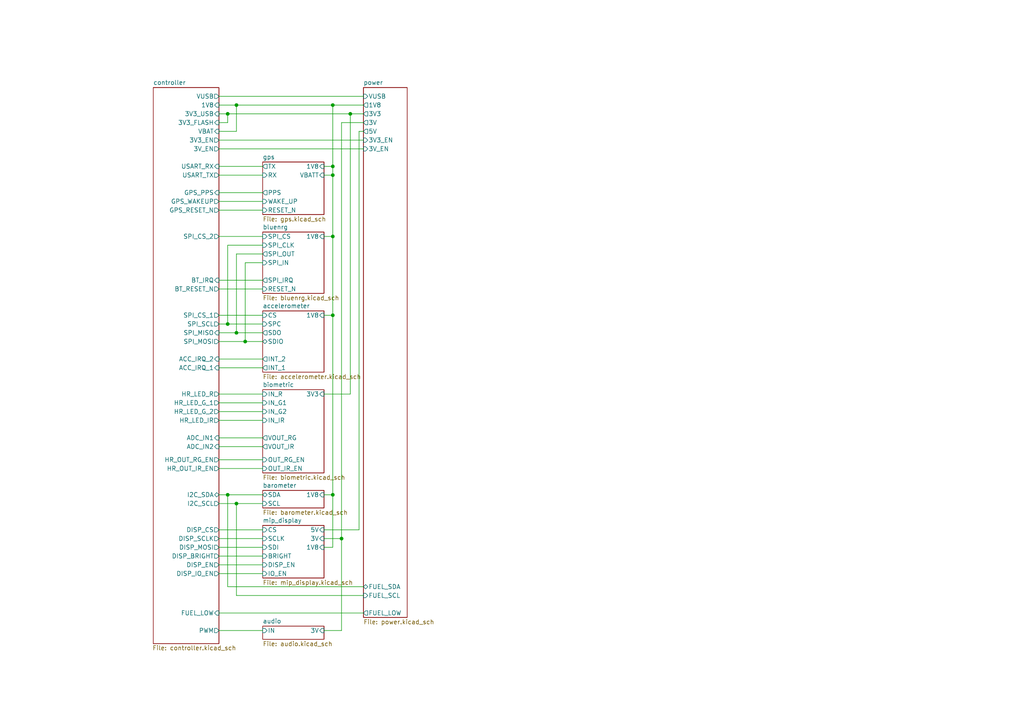
<source format=kicad_sch>
(kicad_sch
	(version 20231120)
	(generator "eeschema")
	(generator_version "8.0")
	(uuid "3291c566-6d99-47d5-9732-6d96e6cc4ea8")
	(paper "A4")
	(title_block
		(title "Open Running Watch")
		(date "2024-05-13")
		(rev "0.2.2")
		(company "github.com/fuad1502/open-running-watch-hw")
	)
	(lib_symbols)
	(junction
		(at 66.04 33.02)
		(diameter 0)
		(color 0 0 0 0)
		(uuid "13832167-3dd0-47f8-9188-da40633d4bf7")
	)
	(junction
		(at 96.52 30.48)
		(diameter 0)
		(color 0 0 0 0)
		(uuid "33addac2-59d2-4f67-8a54-17e81236d69a")
	)
	(junction
		(at 101.6 33.02)
		(diameter 0)
		(color 0 0 0 0)
		(uuid "46b3fff5-3596-47c2-b166-c3e3dbb88c2d")
	)
	(junction
		(at 68.58 30.48)
		(diameter 0)
		(color 0 0 0 0)
		(uuid "59e9c6c1-e98b-43a0-8eb7-7436a087f570")
	)
	(junction
		(at 96.52 48.26)
		(diameter 0)
		(color 0 0 0 0)
		(uuid "7bb0790d-1c16-414e-af81-f3be09341d05")
	)
	(junction
		(at 66.04 93.98)
		(diameter 0)
		(color 0 0 0 0)
		(uuid "7e6a4e38-b771-4e6d-91ff-f753419c2fae")
	)
	(junction
		(at 71.12 99.06)
		(diameter 0)
		(color 0 0 0 0)
		(uuid "7f389cce-2c75-40b9-8c29-002702453dea")
	)
	(junction
		(at 68.58 96.52)
		(diameter 0)
		(color 0 0 0 0)
		(uuid "8dc24a23-2760-4347-9ae2-e71ca2da01e8")
	)
	(junction
		(at 68.58 146.05)
		(diameter 0)
		(color 0 0 0 0)
		(uuid "9b3a4697-4a91-4f58-9029-3f08a8126de3")
	)
	(junction
		(at 96.52 68.58)
		(diameter 0)
		(color 0 0 0 0)
		(uuid "b0650943-fdf2-44c0-8e7e-801bd7364a57")
	)
	(junction
		(at 66.04 143.51)
		(diameter 0)
		(color 0 0 0 0)
		(uuid "c1aaa605-af57-43fd-bd54-48ea7078dac7")
	)
	(junction
		(at 99.06 156.21)
		(diameter 0)
		(color 0 0 0 0)
		(uuid "d8f2f6a9-11db-4dac-adc5-acfebc277ae7")
	)
	(junction
		(at 96.52 91.44)
		(diameter 0)
		(color 0 0 0 0)
		(uuid "e83b778f-c0fc-416d-995f-8e3f3b60d872")
	)
	(junction
		(at 96.52 143.51)
		(diameter 0)
		(color 0 0 0 0)
		(uuid "e937ba41-3d3c-4d53-96fa-9d642bb6ea09")
	)
	(junction
		(at 96.52 50.8)
		(diameter 0)
		(color 0 0 0 0)
		(uuid "f0dffa7b-12d6-4dc4-9c26-1b1dea2d1aec")
	)
	(wire
		(pts
			(xy 63.5 104.14) (xy 76.2 104.14)
		)
		(stroke
			(width 0)
			(type default)
		)
		(uuid "0282fbe4-578e-4ed0-b4a9-b750e5d5d708")
	)
	(wire
		(pts
			(xy 63.5 50.8) (xy 76.2 50.8)
		)
		(stroke
			(width 0)
			(type default)
		)
		(uuid "050912c9-17b4-46d7-b66b-62c49f3f9c94")
	)
	(wire
		(pts
			(xy 68.58 96.52) (xy 76.2 96.52)
		)
		(stroke
			(width 0)
			(type default)
		)
		(uuid "0695b898-661f-4e9a-893b-c6bed5e852b4")
	)
	(wire
		(pts
			(xy 66.04 143.51) (xy 76.2 143.51)
		)
		(stroke
			(width 0)
			(type default)
		)
		(uuid "0cc560db-d59f-4cf5-8182-c0e45d3d042b")
	)
	(wire
		(pts
			(xy 71.12 99.06) (xy 71.12 76.2)
		)
		(stroke
			(width 0)
			(type default)
		)
		(uuid "133619cb-98e7-4e4a-aa45-25be147b5c91")
	)
	(wire
		(pts
			(xy 68.58 96.52) (xy 68.58 73.66)
		)
		(stroke
			(width 0)
			(type default)
		)
		(uuid "167b399a-7c17-4c53-8997-9d149f98b95d")
	)
	(wire
		(pts
			(xy 99.06 182.88) (xy 93.98 182.88)
		)
		(stroke
			(width 0)
			(type default)
		)
		(uuid "1cad3c52-bddc-4371-b5ef-757e57e18e11")
	)
	(wire
		(pts
			(xy 63.5 106.68) (xy 76.2 106.68)
		)
		(stroke
			(width 0)
			(type default)
		)
		(uuid "1eb7c3d5-4456-4a9b-8033-25ed2dded54b")
	)
	(wire
		(pts
			(xy 63.5 153.67) (xy 76.2 153.67)
		)
		(stroke
			(width 0)
			(type default)
		)
		(uuid "22660509-5333-4422-99a5-08516a72d39e")
	)
	(wire
		(pts
			(xy 99.06 156.21) (xy 99.06 182.88)
		)
		(stroke
			(width 0)
			(type default)
		)
		(uuid "29594796-5155-4038-89e9-a3a4946e6e88")
	)
	(wire
		(pts
			(xy 66.04 93.98) (xy 66.04 71.12)
		)
		(stroke
			(width 0)
			(type default)
		)
		(uuid "2a22c90e-4e4a-46cf-9507-fa1f40b6f425")
	)
	(wire
		(pts
			(xy 63.5 166.37) (xy 76.2 166.37)
		)
		(stroke
			(width 0)
			(type default)
		)
		(uuid "2d936996-de29-43e4-9ea9-70439a1c1c9f")
	)
	(wire
		(pts
			(xy 96.52 50.8) (xy 96.52 48.26)
		)
		(stroke
			(width 0)
			(type default)
		)
		(uuid "2ef4c126-41c8-481d-94ca-58bf4ff243b1")
	)
	(wire
		(pts
			(xy 93.98 158.75) (xy 96.52 158.75)
		)
		(stroke
			(width 0)
			(type default)
		)
		(uuid "2f1e143a-1ab5-4557-a8bc-b33e534a656c")
	)
	(wire
		(pts
			(xy 68.58 30.48) (xy 68.58 38.1)
		)
		(stroke
			(width 0)
			(type default)
		)
		(uuid "2f2b6cb0-4e9d-417b-ab2d-6f25ea1cce09")
	)
	(wire
		(pts
			(xy 93.98 156.21) (xy 99.06 156.21)
		)
		(stroke
			(width 0)
			(type default)
		)
		(uuid "32c3958d-8546-4521-8bfb-5f814da031a4")
	)
	(wire
		(pts
			(xy 68.58 73.66) (xy 76.2 73.66)
		)
		(stroke
			(width 0)
			(type default)
		)
		(uuid "3448d370-d6ca-499e-a84d-3e0871cb9585")
	)
	(wire
		(pts
			(xy 63.5 93.98) (xy 66.04 93.98)
		)
		(stroke
			(width 0)
			(type default)
		)
		(uuid "382ad044-e7cf-448e-ad4b-bb18d8782f4d")
	)
	(wire
		(pts
			(xy 63.5 27.94) (xy 105.41 27.94)
		)
		(stroke
			(width 0)
			(type default)
		)
		(uuid "38400086-08d7-4ea7-81e1-3c82c283dac1")
	)
	(wire
		(pts
			(xy 101.6 33.02) (xy 105.41 33.02)
		)
		(stroke
			(width 0)
			(type default)
		)
		(uuid "4369f3a7-5fbf-4c4e-90fc-158fc8b5f24d")
	)
	(wire
		(pts
			(xy 93.98 68.58) (xy 96.52 68.58)
		)
		(stroke
			(width 0)
			(type default)
		)
		(uuid "487e85e1-9aa3-4fac-84fa-1b7a2e5e15af")
	)
	(wire
		(pts
			(xy 96.52 30.48) (xy 96.52 48.26)
		)
		(stroke
			(width 0)
			(type default)
		)
		(uuid "49640873-544d-4d0b-ae74-97c99a3a0b97")
	)
	(wire
		(pts
			(xy 63.5 158.75) (xy 76.2 158.75)
		)
		(stroke
			(width 0)
			(type default)
		)
		(uuid "505b04eb-c882-4de7-b7ec-bc4339c679e8")
	)
	(wire
		(pts
			(xy 63.5 60.96) (xy 76.2 60.96)
		)
		(stroke
			(width 0)
			(type default)
		)
		(uuid "568433dc-ffe5-438f-a9dc-9ceef897a07a")
	)
	(wire
		(pts
			(xy 63.5 182.88) (xy 76.2 182.88)
		)
		(stroke
			(width 0)
			(type default)
		)
		(uuid "573e7c0b-2ce1-48c3-8075-b8f7ea66d489")
	)
	(wire
		(pts
			(xy 63.5 114.3) (xy 76.2 114.3)
		)
		(stroke
			(width 0)
			(type default)
		)
		(uuid "5a2f84b4-8669-4a44-8329-9704c735e2b2")
	)
	(wire
		(pts
			(xy 63.5 30.48) (xy 68.58 30.48)
		)
		(stroke
			(width 0)
			(type default)
		)
		(uuid "60ab5fa0-9c9b-4993-b854-4ebcef92c04b")
	)
	(wire
		(pts
			(xy 93.98 50.8) (xy 96.52 50.8)
		)
		(stroke
			(width 0)
			(type default)
		)
		(uuid "640d0e15-94c8-40b0-badd-522ea578bde8")
	)
	(wire
		(pts
			(xy 105.41 38.1) (xy 104.14 38.1)
		)
		(stroke
			(width 0)
			(type default)
		)
		(uuid "64a083c6-81ec-497a-97e1-e2f1dca7646b")
	)
	(wire
		(pts
			(xy 93.98 114.3) (xy 101.6 114.3)
		)
		(stroke
			(width 0)
			(type default)
		)
		(uuid "66fdfeef-399b-487e-b29c-1b28afda952f")
	)
	(wire
		(pts
			(xy 96.52 91.44) (xy 96.52 68.58)
		)
		(stroke
			(width 0)
			(type default)
		)
		(uuid "69fc2f18-0863-4f49-8257-b191ad129dde")
	)
	(wire
		(pts
			(xy 93.98 143.51) (xy 96.52 143.51)
		)
		(stroke
			(width 0)
			(type default)
		)
		(uuid "7033231b-855d-4cbc-8f81-d6c0f112b191")
	)
	(wire
		(pts
			(xy 63.5 121.92) (xy 76.2 121.92)
		)
		(stroke
			(width 0)
			(type default)
		)
		(uuid "712a8773-656e-4611-9f9e-feac277b2f60")
	)
	(wire
		(pts
			(xy 63.5 119.38) (xy 76.2 119.38)
		)
		(stroke
			(width 0)
			(type default)
		)
		(uuid "724d674a-c4e8-4dc2-82bd-4d29d584fd99")
	)
	(wire
		(pts
			(xy 63.5 129.54) (xy 76.2 129.54)
		)
		(stroke
			(width 0)
			(type default)
		)
		(uuid "77387d5a-f9f4-467c-87eb-57fb261bc1c6")
	)
	(wire
		(pts
			(xy 63.5 35.56) (xy 66.04 35.56)
		)
		(stroke
			(width 0)
			(type default)
		)
		(uuid "77b78311-c2a5-43ec-babd-b5c067830774")
	)
	(wire
		(pts
			(xy 63.5 38.1) (xy 68.58 38.1)
		)
		(stroke
			(width 0)
			(type default)
		)
		(uuid "78b0b80d-388d-4c18-85cb-5d11afb8a361")
	)
	(wire
		(pts
			(xy 63.5 58.42) (xy 76.2 58.42)
		)
		(stroke
			(width 0)
			(type default)
		)
		(uuid "7e152446-01a1-4e44-81d4-3b51acf3a745")
	)
	(wire
		(pts
			(xy 66.04 71.12) (xy 76.2 71.12)
		)
		(stroke
			(width 0)
			(type default)
		)
		(uuid "7f14c39d-d74e-4279-827b-221dcf7a0ad3")
	)
	(wire
		(pts
			(xy 63.5 96.52) (xy 68.58 96.52)
		)
		(stroke
			(width 0)
			(type default)
		)
		(uuid "85ddf73d-b006-45cd-a52b-33b21e699ce3")
	)
	(wire
		(pts
			(xy 96.52 68.58) (xy 96.52 50.8)
		)
		(stroke
			(width 0)
			(type default)
		)
		(uuid "88aef7a9-072c-4142-8b61-e08283dad9e5")
	)
	(wire
		(pts
			(xy 93.98 91.44) (xy 96.52 91.44)
		)
		(stroke
			(width 0)
			(type default)
		)
		(uuid "8ab28d5f-0431-4335-aff1-606854755f08")
	)
	(wire
		(pts
			(xy 63.5 133.35) (xy 76.2 133.35)
		)
		(stroke
			(width 0)
			(type default)
		)
		(uuid "8e934d27-e292-4563-a2f3-a0617ef72aaa")
	)
	(wire
		(pts
			(xy 104.14 153.67) (xy 93.98 153.67)
		)
		(stroke
			(width 0)
			(type default)
		)
		(uuid "9bfc5725-60bf-4176-989c-6c0a2ac983a5")
	)
	(wire
		(pts
			(xy 104.14 38.1) (xy 104.14 153.67)
		)
		(stroke
			(width 0)
			(type default)
		)
		(uuid "9d82e8ec-18dd-4c5a-99e3-a81978506f70")
	)
	(wire
		(pts
			(xy 63.5 143.51) (xy 66.04 143.51)
		)
		(stroke
			(width 0)
			(type default)
		)
		(uuid "a01ea215-bdf2-49f5-b4e1-0accc84f51a8")
	)
	(wire
		(pts
			(xy 63.5 43.18) (xy 105.41 43.18)
		)
		(stroke
			(width 0)
			(type default)
		)
		(uuid "a2ff57cb-dc04-410d-829f-4bebb5bd02b4")
	)
	(wire
		(pts
			(xy 63.5 33.02) (xy 66.04 33.02)
		)
		(stroke
			(width 0)
			(type default)
		)
		(uuid "a54af0bd-f238-4ce7-a59c-fb3bb95fcccb")
	)
	(wire
		(pts
			(xy 66.04 33.02) (xy 101.6 33.02)
		)
		(stroke
			(width 0)
			(type default)
		)
		(uuid "a7bf1d79-5cc8-4ba9-bfde-0002b637033a")
	)
	(wire
		(pts
			(xy 99.06 35.56) (xy 105.41 35.56)
		)
		(stroke
			(width 0)
			(type default)
		)
		(uuid "a86de6fc-ad9c-4dfb-bf4c-56f735148fd8")
	)
	(wire
		(pts
			(xy 63.5 55.88) (xy 76.2 55.88)
		)
		(stroke
			(width 0)
			(type default)
		)
		(uuid "aa8741e0-f949-479a-8f72-ba8acc469a43")
	)
	(wire
		(pts
			(xy 63.5 135.89) (xy 76.2 135.89)
		)
		(stroke
			(width 0)
			(type default)
		)
		(uuid "b3ec502e-929d-4333-879a-b5af46be16fe")
	)
	(wire
		(pts
			(xy 96.52 158.75) (xy 96.52 143.51)
		)
		(stroke
			(width 0)
			(type default)
		)
		(uuid "b81d760b-2331-4a9f-8b97-ba8e481ec28b")
	)
	(wire
		(pts
			(xy 63.5 68.58) (xy 76.2 68.58)
		)
		(stroke
			(width 0)
			(type default)
		)
		(uuid "bdff4c98-9665-4157-9f50-85db822b605d")
	)
	(wire
		(pts
			(xy 63.5 40.64) (xy 105.41 40.64)
		)
		(stroke
			(width 0)
			(type default)
		)
		(uuid "c5b53431-a0e4-41f1-b13f-8e3c353bc933")
	)
	(wire
		(pts
			(xy 63.5 146.05) (xy 68.58 146.05)
		)
		(stroke
			(width 0)
			(type default)
		)
		(uuid "c5d70d4a-80bb-4981-a7fd-c0569d4f600d")
	)
	(wire
		(pts
			(xy 68.58 146.05) (xy 68.58 172.72)
		)
		(stroke
			(width 0)
			(type default)
		)
		(uuid "c812afdd-3335-4ecb-ab1b-cc3299069012")
	)
	(wire
		(pts
			(xy 68.58 146.05) (xy 76.2 146.05)
		)
		(stroke
			(width 0)
			(type default)
		)
		(uuid "c8168342-4224-416c-b751-44359a5651c1")
	)
	(wire
		(pts
			(xy 71.12 76.2) (xy 76.2 76.2)
		)
		(stroke
			(width 0)
			(type default)
		)
		(uuid "c90a966e-d078-445c-984b-602331ef9fcb")
	)
	(wire
		(pts
			(xy 66.04 33.02) (xy 66.04 35.56)
		)
		(stroke
			(width 0)
			(type default)
		)
		(uuid "cb33d2dc-15ef-4cdc-bd57-9576d16cb389")
	)
	(wire
		(pts
			(xy 68.58 172.72) (xy 105.41 172.72)
		)
		(stroke
			(width 0)
			(type default)
		)
		(uuid "cc28e652-5e27-41a4-940f-394c9515a7d9")
	)
	(wire
		(pts
			(xy 96.52 30.48) (xy 105.41 30.48)
		)
		(stroke
			(width 0)
			(type default)
		)
		(uuid "cef2eda7-0925-470e-86ba-5b097d4a6d97")
	)
	(wire
		(pts
			(xy 63.5 161.29) (xy 76.2 161.29)
		)
		(stroke
			(width 0)
			(type default)
		)
		(uuid "d0de9be1-6c41-4672-a407-21af2e271ff9")
	)
	(wire
		(pts
			(xy 71.12 99.06) (xy 76.2 99.06)
		)
		(stroke
			(width 0)
			(type default)
		)
		(uuid "d9cc03ca-5e1f-4452-abf5-32a68b822239")
	)
	(wire
		(pts
			(xy 63.5 83.82) (xy 76.2 83.82)
		)
		(stroke
			(width 0)
			(type default)
		)
		(uuid "d9ead496-687e-4853-b15f-d53fa1ad50b8")
	)
	(wire
		(pts
			(xy 99.06 35.56) (xy 99.06 156.21)
		)
		(stroke
			(width 0)
			(type default)
		)
		(uuid "da7338d7-95ff-493c-93ba-410e6892a335")
	)
	(wire
		(pts
			(xy 63.5 163.83) (xy 76.2 163.83)
		)
		(stroke
			(width 0)
			(type default)
		)
		(uuid "dbca9f2f-4f39-41ae-9a63-2a02c0a8160e")
	)
	(wire
		(pts
			(xy 93.98 48.26) (xy 96.52 48.26)
		)
		(stroke
			(width 0)
			(type default)
		)
		(uuid "e0c907e6-52ea-477a-a6d6-fcd0bf1a13d0")
	)
	(wire
		(pts
			(xy 63.5 177.8) (xy 105.41 177.8)
		)
		(stroke
			(width 0)
			(type default)
		)
		(uuid "e2118ed5-36e2-499c-a1b1-7916c393973c")
	)
	(wire
		(pts
			(xy 96.52 91.44) (xy 96.52 143.51)
		)
		(stroke
			(width 0)
			(type default)
		)
		(uuid "e57ce12f-dd6e-4a2b-8e0f-a471f4d8548c")
	)
	(wire
		(pts
			(xy 66.04 170.18) (xy 105.41 170.18)
		)
		(stroke
			(width 0)
			(type default)
		)
		(uuid "e5a7cfd6-1885-49bf-ab7a-4847036e1ccd")
	)
	(wire
		(pts
			(xy 63.5 48.26) (xy 76.2 48.26)
		)
		(stroke
			(width 0)
			(type default)
		)
		(uuid "e67b0600-1f5f-464d-b708-74d22e6a85b1")
	)
	(wire
		(pts
			(xy 63.5 116.84) (xy 76.2 116.84)
		)
		(stroke
			(width 0)
			(type default)
		)
		(uuid "e9c64373-33f1-4b75-b5d8-d519574be8aa")
	)
	(wire
		(pts
			(xy 68.58 30.48) (xy 96.52 30.48)
		)
		(stroke
			(width 0)
			(type default)
		)
		(uuid "eb42b9a3-11fa-4001-88ce-e87643b0beeb")
	)
	(wire
		(pts
			(xy 63.5 127) (xy 76.2 127)
		)
		(stroke
			(width 0)
			(type default)
		)
		(uuid "ed3966c9-db44-4f5b-a4aa-2f3f1e0be29c")
	)
	(wire
		(pts
			(xy 63.5 156.21) (xy 76.2 156.21)
		)
		(stroke
			(width 0)
			(type default)
		)
		(uuid "eefb4948-2175-48fd-9d18-d0cf9d8d408b")
	)
	(wire
		(pts
			(xy 66.04 93.98) (xy 76.2 93.98)
		)
		(stroke
			(width 0)
			(type default)
		)
		(uuid "ef56c9f7-8a2f-4a5f-a874-622c68801828")
	)
	(wire
		(pts
			(xy 101.6 114.3) (xy 101.6 33.02)
		)
		(stroke
			(width 0)
			(type default)
		)
		(uuid "f31bed20-a266-4cf3-932c-170a7b1da37b")
	)
	(wire
		(pts
			(xy 66.04 143.51) (xy 66.04 170.18)
		)
		(stroke
			(width 0)
			(type default)
		)
		(uuid "f5515d52-f86a-4cc0-84a2-208e3c2c44b9")
	)
	(wire
		(pts
			(xy 63.5 99.06) (xy 71.12 99.06)
		)
		(stroke
			(width 0)
			(type default)
		)
		(uuid "f66664f9-cb4d-49e1-a17e-1905911b76b6")
	)
	(wire
		(pts
			(xy 63.5 91.44) (xy 76.2 91.44)
		)
		(stroke
			(width 0)
			(type default)
		)
		(uuid "f908496b-b368-4b70-89dd-54a17fd8bb0e")
	)
	(wire
		(pts
			(xy 63.5 81.28) (xy 76.2 81.28)
		)
		(stroke
			(width 0)
			(type default)
		)
		(uuid "fd648f31-c1b7-4d68-b532-92baace1b14e")
	)
	(sheet
		(at 76.2 142.24)
		(size 17.78 5.08)
		(fields_autoplaced yes)
		(stroke
			(width 0.1524)
			(type solid)
		)
		(fill
			(color 0 0 0 0.0000)
		)
		(uuid "16d6ea5c-cab7-4379-a5dd-2371e27ab8cd")
		(property "Sheetname" "barometer"
			(at 76.2 141.5284 0)
			(effects
				(font
					(size 1.27 1.27)
				)
				(justify left bottom)
			)
		)
		(property "Sheetfile" "barometer.kicad_sch"
			(at 76.2 147.9046 0)
			(effects
				(font
					(size 1.27 1.27)
				)
				(justify left top)
			)
		)
		(pin "SDA" bidirectional
			(at 76.2 143.51 180)
			(effects
				(font
					(size 1.27 1.27)
				)
				(justify left)
			)
			(uuid "0e092222-fb8f-4a0a-beba-74fa95e696ee")
		)
		(pin "SCL" input
			(at 76.2 146.05 180)
			(effects
				(font
					(size 1.27 1.27)
				)
				(justify left)
			)
			(uuid "a329c3d6-1972-4dd5-b040-644eaa95598f")
		)
		(pin "1V8" input
			(at 93.98 143.51 0)
			(effects
				(font
					(size 1.27 1.27)
				)
				(justify right)
			)
			(uuid "55c65c79-8c43-46e7-aa04-d9f92f1e786e")
		)
		(instances
			(project "open-running-watch"
				(path "/3291c566-6d99-47d5-9732-6d96e6cc4ea8"
					(page "7")
				)
			)
		)
	)
	(sheet
		(at 76.2 67.31)
		(size 17.78 17.78)
		(fields_autoplaced yes)
		(stroke
			(width 0.1524)
			(type solid)
		)
		(fill
			(color 0 0 0 0.0000)
		)
		(uuid "26df2dc3-1e8c-466d-9090-3ef0900edcd5")
		(property "Sheetname" "bluenrg"
			(at 76.2 66.5984 0)
			(effects
				(font
					(size 1.27 1.27)
				)
				(justify left bottom)
			)
		)
		(property "Sheetfile" "bluenrg.kicad_sch"
			(at 76.2 85.6746 0)
			(effects
				(font
					(size 1.27 1.27)
				)
				(justify left top)
			)
		)
		(pin "SPI_CLK" input
			(at 76.2 71.12 180)
			(effects
				(font
					(size 1.27 1.27)
				)
				(justify left)
			)
			(uuid "8f535a9b-ea8e-45ba-bd11-14b2d29de01c")
		)
		(pin "SPI_IN" input
			(at 76.2 76.2 180)
			(effects
				(font
					(size 1.27 1.27)
				)
				(justify left)
			)
			(uuid "505f85a9-20ed-4a14-ad1a-66151a02e1ba")
		)
		(pin "RESET_N" input
			(at 76.2 83.82 180)
			(effects
				(font
					(size 1.27 1.27)
				)
				(justify left)
			)
			(uuid "dde91b2f-c4de-42e4-bbaf-9acd68bea8c2")
		)
		(pin "SPI_OUT" output
			(at 76.2 73.66 180)
			(effects
				(font
					(size 1.27 1.27)
				)
				(justify left)
			)
			(uuid "28ad0092-5da9-4cd2-9090-66d04e0b0562")
		)
		(pin "1V8" input
			(at 93.98 68.58 0)
			(effects
				(font
					(size 1.27 1.27)
				)
				(justify right)
			)
			(uuid "f7dbb5f5-7c0a-4589-ba72-cb6f8fe3d1e3")
		)
		(pin "SPI_CS" input
			(at 76.2 68.58 180)
			(effects
				(font
					(size 1.27 1.27)
				)
				(justify left)
			)
			(uuid "b0e506b8-2adc-4738-a2d0-b2649a84efa3")
		)
		(pin "SPI_IRQ" output
			(at 76.2 81.28 180)
			(effects
				(font
					(size 1.27 1.27)
				)
				(justify left)
			)
			(uuid "70ac7ebb-eb19-4741-b842-c3ddc4b48a10")
		)
		(instances
			(project "open-running-watch"
				(path "/3291c566-6d99-47d5-9732-6d96e6cc4ea8"
					(page "2")
				)
			)
		)
	)
	(sheet
		(at 76.2 113.03)
		(size 17.78 24.13)
		(fields_autoplaced yes)
		(stroke
			(width 0.1524)
			(type solid)
		)
		(fill
			(color 0 0 0 0.0000)
		)
		(uuid "3122bafa-a804-4cd8-9115-0832d9838571")
		(property "Sheetname" "biometric"
			(at 76.2 112.3184 0)
			(effects
				(font
					(size 1.27 1.27)
				)
				(justify left bottom)
			)
		)
		(property "Sheetfile" "biometric.kicad_sch"
			(at 76.2 137.7446 0)
			(effects
				(font
					(size 1.27 1.27)
				)
				(justify left top)
			)
		)
		(pin "IN_G1" input
			(at 76.2 116.84 180)
			(effects
				(font
					(size 1.27 1.27)
				)
				(justify left)
			)
			(uuid "4f95cdd7-c114-41f8-99dc-ef9b206ca50c")
		)
		(pin "IN_G2" input
			(at 76.2 119.38 180)
			(effects
				(font
					(size 1.27 1.27)
				)
				(justify left)
			)
			(uuid "7415cbee-c56e-4999-9987-c8e883f23555")
		)
		(pin "IN_R" input
			(at 76.2 114.3 180)
			(effects
				(font
					(size 1.27 1.27)
				)
				(justify left)
			)
			(uuid "0db62a87-b0f3-41ca-a600-9ab6ec18fa17")
		)
		(pin "IN_IR" input
			(at 76.2 121.92 180)
			(effects
				(font
					(size 1.27 1.27)
				)
				(justify left)
			)
			(uuid "2d73d46c-53b2-4d9b-9faf-b7472300253b")
		)
		(pin "VOUT_RG" output
			(at 76.2 127 180)
			(effects
				(font
					(size 1.27 1.27)
				)
				(justify left)
			)
			(uuid "d11639c2-5f89-4ae1-a9d8-34a775f49285")
		)
		(pin "VOUT_IR" output
			(at 76.2 129.54 180)
			(effects
				(font
					(size 1.27 1.27)
				)
				(justify left)
			)
			(uuid "e6b11a93-86f0-441b-a791-f3bd1c3aaa5f")
		)
		(pin "3V3" input
			(at 93.98 114.3 0)
			(effects
				(font
					(size 1.27 1.27)
				)
				(justify right)
			)
			(uuid "4e21e095-0ff7-42c8-8131-014c206d4739")
		)
		(pin "OUT_RG_EN" input
			(at 76.2 133.35 180)
			(effects
				(font
					(size 1.27 1.27)
				)
				(justify left)
			)
			(uuid "8b6eeeae-7d24-4b40-901c-af60b6918237")
		)
		(pin "OUT_IR_EN" input
			(at 76.2 135.89 180)
			(effects
				(font
					(size 1.27 1.27)
				)
				(justify left)
			)
			(uuid "3da0c121-395c-415e-bff9-c87b64cf9c35")
		)
		(instances
			(project "open-running-watch"
				(path "/3291c566-6d99-47d5-9732-6d96e6cc4ea8"
					(page "5")
				)
			)
		)
	)
	(sheet
		(at 44.45 25.4)
		(size 19.05 161.29)
		(stroke
			(width 0.1524)
			(type solid)
		)
		(fill
			(color 0 0 0 0.0000)
		)
		(uuid "4380fbdc-0cda-4268-a965-05bbf7832d9b")
		(property "Sheetname" "controller"
			(at 44.45 24.6884 0)
			(effects
				(font
					(size 1.27 1.27)
				)
				(justify left bottom)
			)
		)
		(property "Sheetfile" "controller.kicad_sch"
			(at 44.196 187.198 0)
			(effects
				(font
					(size 1.27 1.27)
				)
				(justify left top)
			)
		)
		(pin "ADC_IN1" input
			(at 63.5 127 0)
			(effects
				(font
					(size 1.27 1.27)
				)
				(justify right)
			)
			(uuid "fdca3afd-1b80-4ec7-9c57-cb8233692ddb")
		)
		(pin "ADC_IN2" input
			(at 63.5 129.54 0)
			(effects
				(font
					(size 1.27 1.27)
				)
				(justify right)
			)
			(uuid "0cc8f7d6-16c5-4612-9bbf-29f0f88ea378")
		)
		(pin "3V3_FLASH" input
			(at 63.5 35.56 0)
			(effects
				(font
					(size 1.27 1.27)
				)
				(justify right)
			)
			(uuid "97925213-c8e0-42d6-8de1-306cad6a6e59")
		)
		(pin "1V8" input
			(at 63.5 30.48 0)
			(effects
				(font
					(size 1.27 1.27)
				)
				(justify right)
			)
			(uuid "250ae3ef-e474-4f2b-9090-aafb3c81a4f2")
		)
		(pin "VBAT" input
			(at 63.5 38.1 0)
			(effects
				(font
					(size 1.27 1.27)
				)
				(justify right)
			)
			(uuid "2c3aefa7-78b4-4e0f-8185-57dc338cb514")
		)
		(pin "3V3_USB" input
			(at 63.5 33.02 0)
			(effects
				(font
					(size 1.27 1.27)
				)
				(justify right)
			)
			(uuid "c50342db-bbad-400b-a7dd-9003253e08c9")
		)
		(pin "I2C_SDA" bidirectional
			(at 63.5 143.51 0)
			(effects
				(font
					(size 1.27 1.27)
				)
				(justify right)
			)
			(uuid "f81abd52-5dc2-42b7-8ffc-54dbc9706ac3")
		)
		(pin "SPI_SCL" output
			(at 63.5 93.98 0)
			(effects
				(font
					(size 1.27 1.27)
				)
				(justify right)
			)
			(uuid "9b95154d-482f-453b-b2b8-6ca9afa0b309")
		)
		(pin "SPI_MOSI" output
			(at 63.5 99.06 0)
			(effects
				(font
					(size 1.27 1.27)
				)
				(justify right)
			)
			(uuid "e895dd8c-7b64-4379-ae82-6b9cfaa6b20e")
		)
		(pin "SPI_MISO" input
			(at 63.5 96.52 0)
			(effects
				(font
					(size 1.27 1.27)
				)
				(justify right)
			)
			(uuid "59b5a2e6-c5c4-4539-9d05-e7401e88a05e")
		)
		(pin "USART_TX" output
			(at 63.5 50.8 0)
			(effects
				(font
					(size 1.27 1.27)
				)
				(justify right)
			)
			(uuid "4a9a54e8-c48d-49a8-8483-44a78e545a5d")
		)
		(pin "USART_RX" input
			(at 63.5 48.26 0)
			(effects
				(font
					(size 1.27 1.27)
				)
				(justify right)
			)
			(uuid "f660e6eb-71ea-4be2-9fec-685b4d88b848")
		)
		(pin "I2C_SCL" output
			(at 63.5 146.05 0)
			(effects
				(font
					(size 1.27 1.27)
				)
				(justify right)
			)
			(uuid "abe99179-a2c4-42d3-a568-904d6a9310b7")
		)
		(pin "SPI_CS_1" output
			(at 63.5 91.44 0)
			(effects
				(font
					(size 1.27 1.27)
				)
				(justify right)
			)
			(uuid "07cd775f-4e89-42e7-9777-e72cc670dc8c")
		)
		(pin "SPI_CS_2" output
			(at 63.5 68.58 0)
			(effects
				(font
					(size 1.27 1.27)
				)
				(justify right)
			)
			(uuid "d26ab124-0c70-4ff8-a114-a3e9123a92b5")
		)
		(pin "VUSB" output
			(at 63.5 27.94 0)
			(effects
				(font
					(size 1.27 1.27)
				)
				(justify right)
			)
			(uuid "b47a5e4a-8c79-4ef0-9252-091b8fbb748f")
		)
		(pin "3V3_EN" output
			(at 63.5 40.64 0)
			(effects
				(font
					(size 1.27 1.27)
				)
				(justify right)
			)
			(uuid "6157d626-fb7c-485b-a792-82836cd47e74")
		)
		(pin "3V_EN" output
			(at 63.5 43.18 0)
			(effects
				(font
					(size 1.27 1.27)
				)
				(justify right)
			)
			(uuid "9e03bfc7-0b76-4e14-982f-09c6b7001034")
		)
		(pin "GPS_PPS" input
			(at 63.5 55.88 0)
			(effects
				(font
					(size 1.27 1.27)
				)
				(justify right)
			)
			(uuid "fb446570-45a5-44ec-8b6c-23fc3d267169")
		)
		(pin "GPS_RESET_N" output
			(at 63.5 60.96 0)
			(effects
				(font
					(size 1.27 1.27)
				)
				(justify right)
			)
			(uuid "229355e3-b443-42da-ba9c-45ac3c7919ec")
		)
		(pin "GPS_WAKEUP" output
			(at 63.5 58.42 0)
			(effects
				(font
					(size 1.27 1.27)
				)
				(justify right)
			)
			(uuid "ecbc9501-a98e-4bd9-9eef-ae4aa45978bb")
		)
		(pin "BT_IRQ" input
			(at 63.5 81.28 0)
			(effects
				(font
					(size 1.27 1.27)
				)
				(justify right)
			)
			(uuid "3f23f1c8-d2d4-4f8c-ace9-d2908c484ee7")
		)
		(pin "BT_RESET_N" output
			(at 63.5 83.82 0)
			(effects
				(font
					(size 1.27 1.27)
				)
				(justify right)
			)
			(uuid "92da8946-076f-4b1d-ad7e-bc25cd0ee8eb")
		)
		(pin "ACC_IRQ_2" input
			(at 63.5 104.14 0)
			(effects
				(font
					(size 1.27 1.27)
				)
				(justify right)
			)
			(uuid "5a356fb3-5a21-451f-bb56-6a4c82e9fd1c")
		)
		(pin "ACC_IRQ_1" input
			(at 63.5 106.68 0)
			(effects
				(font
					(size 1.27 1.27)
				)
				(justify right)
			)
			(uuid "2e601c98-ee39-4245-b5b4-7b0a3803c457")
		)
		(pin "HR_LED_R" output
			(at 63.5 114.3 0)
			(effects
				(font
					(size 1.27 1.27)
				)
				(justify right)
			)
			(uuid "3edff153-94fd-4785-a896-2f6c1fd63594")
		)
		(pin "HR_LED_G_2" output
			(at 63.5 119.38 0)
			(effects
				(font
					(size 1.27 1.27)
				)
				(justify right)
			)
			(uuid "f0b72ded-b945-44cc-b94b-48702f4dce61")
		)
		(pin "HR_LED_G_1" output
			(at 63.5 116.84 0)
			(effects
				(font
					(size 1.27 1.27)
				)
				(justify right)
			)
			(uuid "4b54bf90-7002-428d-a90a-9d9bd5327969")
		)
		(pin "HR_LED_IR" output
			(at 63.5 121.92 0)
			(effects
				(font
					(size 1.27 1.27)
				)
				(justify right)
			)
			(uuid "88c6adc0-0a5c-444b-aafb-06192b5acd2d")
		)
		(pin "FUEL_LOW" input
			(at 63.5 177.8 0)
			(effects
				(font
					(size 1.27 1.27)
				)
				(justify right)
			)
			(uuid "ce81e7bf-b2c3-45a2-84d0-b2d836dec22f")
		)
		(pin "HR_OUT_IR_EN" output
			(at 63.5 135.89 0)
			(effects
				(font
					(size 1.27 1.27)
				)
				(justify right)
			)
			(uuid "4636b61a-1d2d-4143-bdbf-69dcc5b297fb")
		)
		(pin "HR_OUT_RG_EN" output
			(at 63.5 133.35 0)
			(effects
				(font
					(size 1.27 1.27)
				)
				(justify right)
			)
			(uuid "891e151b-7a49-4909-a24b-0f004b3c9528")
		)
		(pin "PWM" output
			(at 63.5 182.88 0)
			(effects
				(font
					(size 1.27 1.27)
				)
				(justify right)
			)
			(uuid "9d2e5217-ae26-4aeb-b764-364692a4d263")
		)
		(pin "DISP_CS" output
			(at 63.5 153.67 0)
			(effects
				(font
					(size 1.27 1.27)
				)
				(justify right)
			)
			(uuid "e9d591bb-5555-4e71-9455-3ff04f1a31d3")
		)
		(pin "DISP_IO_EN" output
			(at 63.5 166.37 0)
			(effects
				(font
					(size 1.27 1.27)
				)
				(justify right)
			)
			(uuid "927d0d6a-0dfb-4058-a0ce-baf9a1b4dc8e")
		)
		(pin "DISP_EN" output
			(at 63.5 163.83 0)
			(effects
				(font
					(size 1.27 1.27)
				)
				(justify right)
			)
			(uuid "a08ef4b1-384d-4bf1-98ae-ed4def019e3f")
		)
		(pin "DISP_MOSI" output
			(at 63.5 158.75 0)
			(effects
				(font
					(size 1.27 1.27)
				)
				(justify right)
			)
			(uuid "76544789-8430-4065-947c-40be1cbbaae4")
		)
		(pin "DISP_SCLK" output
			(at 63.5 156.21 0)
			(effects
				(font
					(size 1.27 1.27)
				)
				(justify right)
			)
			(uuid "7438cf47-4583-41ef-8a61-14d1ec531def")
		)
		(pin "DISP_BRIGHT" output
			(at 63.5 161.29 0)
			(effects
				(font
					(size 1.27 1.27)
				)
				(justify right)
			)
			(uuid "bb708586-4927-49c9-87c3-cc3497d76639")
		)
		(instances
			(project "open-running-watch"
				(path "/3291c566-6d99-47d5-9732-6d96e6cc4ea8"
					(page "8")
				)
			)
		)
	)
	(sheet
		(at 76.2 181.61)
		(size 17.78 3.81)
		(fields_autoplaced yes)
		(stroke
			(width 0.1524)
			(type solid)
		)
		(fill
			(color 0 0 0 0.0000)
		)
		(uuid "609feaca-4667-411e-9bba-5969df574cf4")
		(property "Sheetname" "audio"
			(at 76.2 180.8984 0)
			(effects
				(font
					(size 1.27 1.27)
				)
				(justify left bottom)
			)
		)
		(property "Sheetfile" "audio.kicad_sch"
			(at 76.2 186.0046 0)
			(effects
				(font
					(size 1.27 1.27)
				)
				(justify left top)
			)
		)
		(pin "3V" input
			(at 93.98 182.88 0)
			(effects
				(font
					(size 1.27 1.27)
				)
				(justify right)
			)
			(uuid "da594b47-f1a8-4c6c-ba70-fd64e070fbb2")
		)
		(pin "IN" input
			(at 76.2 182.88 180)
			(effects
				(font
					(size 1.27 1.27)
				)
				(justify left)
			)
			(uuid "7dfe58ad-a696-4781-b8fe-2c82cb90dd44")
		)
		(instances
			(project "open-running-watch"
				(path "/3291c566-6d99-47d5-9732-6d96e6cc4ea8"
					(page "15")
				)
			)
		)
	)
	(sheet
		(at 76.2 90.17)
		(size 17.78 17.78)
		(fields_autoplaced yes)
		(stroke
			(width 0.1524)
			(type solid)
		)
		(fill
			(color 0 0 0 0.0000)
		)
		(uuid "6d6b0648-98c5-4170-8c16-e963d29f32e8")
		(property "Sheetname" "accelerometer"
			(at 76.2 89.4584 0)
			(effects
				(font
					(size 1.27 1.27)
				)
				(justify left bottom)
			)
		)
		(property "Sheetfile" "accelerometer.kicad_sch"
			(at 76.2 108.5346 0)
			(effects
				(font
					(size 1.27 1.27)
				)
				(justify left top)
			)
		)
		(pin "CS" input
			(at 76.2 91.44 180)
			(effects
				(font
					(size 1.27 1.27)
				)
				(justify left)
			)
			(uuid "e386b9dd-05d2-4b26-b029-139bca25a4a2")
		)
		(pin "SDIO" bidirectional
			(at 76.2 99.06 180)
			(effects
				(font
					(size 1.27 1.27)
				)
				(justify left)
			)
			(uuid "3b64ec9f-e7ad-49d7-9e72-df25e1d5d4dd")
		)
		(pin "SPC" input
			(at 76.2 93.98 180)
			(effects
				(font
					(size 1.27 1.27)
				)
				(justify left)
			)
			(uuid "006f377e-2c1b-44af-92fa-5dccd159c065")
		)
		(pin "SDO" output
			(at 76.2 96.52 180)
			(effects
				(font
					(size 1.27 1.27)
				)
				(justify left)
			)
			(uuid "11346561-9be8-42e3-b8fd-a407c4cd7d74")
		)
		(pin "INT_2" output
			(at 76.2 104.14 180)
			(effects
				(font
					(size 1.27 1.27)
				)
				(justify left)
			)
			(uuid "402c9a2c-d79a-4c06-bae5-7f5f6529243d")
		)
		(pin "1V8" input
			(at 93.98 91.44 0)
			(effects
				(font
					(size 1.27 1.27)
				)
				(justify right)
			)
			(uuid "4b47f160-5b84-41d7-92cd-fa957112e7e8")
		)
		(pin "INT_1" output
			(at 76.2 106.68 180)
			(effects
				(font
					(size 1.27 1.27)
				)
				(justify left)
			)
			(uuid "8fde2489-ffed-4174-9bb7-fdaf0e79ffe0")
		)
		(instances
			(project "open-running-watch"
				(path "/3291c566-6d99-47d5-9732-6d96e6cc4ea8"
					(page "6")
				)
			)
		)
	)
	(sheet
		(at 76.2 152.4)
		(size 17.78 15.24)
		(fields_autoplaced yes)
		(stroke
			(width 0.1524)
			(type solid)
		)
		(fill
			(color 0 0 0 0.0000)
		)
		(uuid "72b765b4-9cf7-4339-9de5-5aa831039a5b")
		(property "Sheetname" "mip_display"
			(at 76.2 151.6884 0)
			(effects
				(font
					(size 1.27 1.27)
				)
				(justify left bottom)
			)
		)
		(property "Sheetfile" "mip_display.kicad_sch"
			(at 76.2 168.2246 0)
			(effects
				(font
					(size 1.27 1.27)
				)
				(justify left top)
			)
		)
		(pin "CS" input
			(at 76.2 153.67 180)
			(effects
				(font
					(size 1.27 1.27)
				)
				(justify left)
			)
			(uuid "3426d6e9-fcc4-4a5f-a0f9-ea63cfbc671a")
		)
		(pin "SCLK" input
			(at 76.2 156.21 180)
			(effects
				(font
					(size 1.27 1.27)
				)
				(justify left)
			)
			(uuid "ad17344b-a8b0-425e-81a2-8418184f2c64")
		)
		(pin "DISP_EN" input
			(at 76.2 163.83 180)
			(effects
				(font
					(size 1.27 1.27)
				)
				(justify left)
			)
			(uuid "cd2b1ee2-4d03-4d21-be7a-220b9bca2790")
		)
		(pin "IO_EN" input
			(at 76.2 166.37 180)
			(effects
				(font
					(size 1.27 1.27)
				)
				(justify left)
			)
			(uuid "97139364-9f0b-4cbf-a12d-5565ea578baf")
		)
		(pin "3V" input
			(at 93.98 156.21 0)
			(effects
				(font
					(size 1.27 1.27)
				)
				(justify right)
			)
			(uuid "761431ae-b29d-4766-b854-6dac4ce54879")
		)
		(pin "SDI" input
			(at 76.2 158.75 180)
			(effects
				(font
					(size 1.27 1.27)
				)
				(justify left)
			)
			(uuid "d5124fca-674a-43bb-94ce-e890194cf821")
		)
		(pin "1V8" input
			(at 93.98 158.75 0)
			(effects
				(font
					(size 1.27 1.27)
				)
				(justify right)
			)
			(uuid "9922f851-8fcc-4023-adf2-dffe793f4a31")
		)
		(pin "5V" input
			(at 93.98 153.67 0)
			(effects
				(font
					(size 1.27 1.27)
				)
				(justify right)
			)
			(uuid "fb428dd6-038d-45f1-aa44-5bed7323459d")
		)
		(pin "BRIGHT" input
			(at 76.2 161.29 180)
			(effects
				(font
					(size 1.27 1.27)
				)
				(justify left)
			)
			(uuid "1a337aa0-7a61-49d1-b93e-8bdf9bd8adf0")
		)
		(instances
			(project "open-running-watch"
				(path "/3291c566-6d99-47d5-9732-6d96e6cc4ea8"
					(page "18")
				)
			)
		)
	)
	(sheet
		(at 76.2 46.99)
		(size 17.78 15.24)
		(fields_autoplaced yes)
		(stroke
			(width 0.1524)
			(type solid)
		)
		(fill
			(color 0 0 0 0.0000)
		)
		(uuid "9b67ad8e-bae2-48a8-aa02-e86e63145742")
		(property "Sheetname" "gps"
			(at 76.2 46.2784 0)
			(effects
				(font
					(size 1.27 1.27)
				)
				(justify left bottom)
			)
		)
		(property "Sheetfile" "gps.kicad_sch"
			(at 76.2 62.8146 0)
			(effects
				(font
					(size 1.27 1.27)
				)
				(justify left top)
			)
		)
		(pin "1V8" input
			(at 93.98 48.26 0)
			(effects
				(font
					(size 1.27 1.27)
				)
				(justify right)
			)
			(uuid "a9b17c58-19cb-4116-a21a-689084a79807")
		)
		(pin "VBATT" input
			(at 93.98 50.8 0)
			(effects
				(font
					(size 1.27 1.27)
				)
				(justify right)
			)
			(uuid "48f672bc-7f0f-4932-b9c4-4c5b073ea651")
		)
		(pin "RESET_N" input
			(at 76.2 60.96 180)
			(effects
				(font
					(size 1.27 1.27)
				)
				(justify left)
			)
			(uuid "0455bb49-4c25-43f6-94d6-c10e8e173cfa")
		)
		(pin "RX" input
			(at 76.2 50.8 180)
			(effects
				(font
					(size 1.27 1.27)
				)
				(justify left)
			)
			(uuid "4577d43f-3fba-4299-8c06-467ade734c35")
		)
		(pin "TX" output
			(at 76.2 48.26 180)
			(effects
				(font
					(size 1.27 1.27)
				)
				(justify left)
			)
			(uuid "dfd63edc-0690-423b-9a4c-be4e9454a225")
		)
		(pin "PPS" output
			(at 76.2 55.88 180)
			(effects
				(font
					(size 1.27 1.27)
				)
				(justify left)
			)
			(uuid "81fd286f-aa60-40a8-ac74-6aadd31deace")
		)
		(pin "WAKE_UP" input
			(at 76.2 58.42 180)
			(effects
				(font
					(size 1.27 1.27)
				)
				(justify left)
			)
			(uuid "4ee88426-7010-457a-be21-224edd2f9d31")
		)
		(instances
			(project "open-running-watch"
				(path "/3291c566-6d99-47d5-9732-6d96e6cc4ea8"
					(page "3")
				)
			)
		)
	)
	(sheet
		(at 105.41 25.4)
		(size 12.7 153.67)
		(fields_autoplaced yes)
		(stroke
			(width 0.1524)
			(type solid)
		)
		(fill
			(color 0 0 0 0.0000)
		)
		(uuid "c07f0a9f-2a31-4b6a-9f58-22f05fc214a7")
		(property "Sheetname" "power"
			(at 105.41 24.6884 0)
			(effects
				(font
					(size 1.27 1.27)
				)
				(justify left bottom)
			)
		)
		(property "Sheetfile" "power.kicad_sch"
			(at 105.41 179.6546 0)
			(effects
				(font
					(size 1.27 1.27)
				)
				(justify left top)
			)
		)
		(pin "1V8" output
			(at 105.41 30.48 180)
			(effects
				(font
					(size 1.27 1.27)
				)
				(justify left)
			)
			(uuid "93cf4ea9-8c98-4ec2-a67a-174354862fbd")
		)
		(pin "FUEL_SCL" input
			(at 105.41 172.72 180)
			(effects
				(font
					(size 1.27 1.27)
				)
				(justify left)
			)
			(uuid "a5035fe9-6813-4f8c-8025-48085d5739ca")
		)
		(pin "FUEL_LOW" output
			(at 105.41 177.8 180)
			(effects
				(font
					(size 1.27 1.27)
				)
				(justify left)
			)
			(uuid "2ac73b6f-1d9d-4e29-89bb-84153153b4e0")
		)
		(pin "FUEL_SDA" bidirectional
			(at 105.41 170.18 180)
			(effects
				(font
					(size 1.27 1.27)
				)
				(justify left)
			)
			(uuid "22038633-3fbf-4ac2-88ec-f1260305c68d")
		)
		(pin "VUSB" input
			(at 105.41 27.94 180)
			(effects
				(font
					(size 1.27 1.27)
				)
				(justify left)
			)
			(uuid "51edea39-92aa-4acb-892c-593040bc9a13")
		)
		(pin "3V3_EN" input
			(at 105.41 40.64 180)
			(effects
				(font
					(size 1.27 1.27)
				)
				(justify left)
			)
			(uuid "f2eb151b-a74c-4c32-b1b8-8dbc87a8a6e2")
		)
		(pin "3V3" output
			(at 105.41 33.02 180)
			(effects
				(font
					(size 1.27 1.27)
				)
				(justify left)
			)
			(uuid "53ec7562-5fc3-46f5-b330-7a93d170912a")
		)
		(pin "3V_EN" input
			(at 105.41 43.18 180)
			(effects
				(font
					(size 1.27 1.27)
				)
				(justify left)
			)
			(uuid "da118fd1-c57a-40ef-aece-00aa9ae2222a")
		)
		(pin "3V" output
			(at 105.41 35.56 180)
			(effects
				(font
					(size 1.27 1.27)
				)
				(justify left)
			)
			(uuid "73132a8e-8906-4c0a-abc6-b55c59baee6b")
		)
		(pin "5V" output
			(at 105.41 38.1 180)
			(effects
				(font
					(size 1.27 1.27)
				)
				(justify left)
			)
			(uuid "37419da2-bded-4280-8b0a-564f5bf42361")
		)
		(instances
			(project "open-running-watch"
				(path "/3291c566-6d99-47d5-9732-6d96e6cc4ea8"
					(page "4")
				)
			)
		)
	)
	(sheet_instances
		(path "/"
			(page "1")
		)
	)
)

</source>
